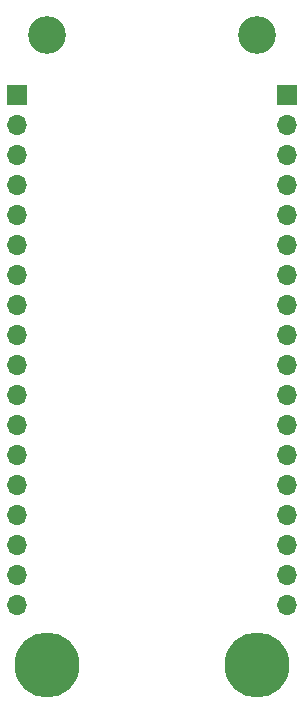
<source format=gbr>
%TF.GenerationSoftware,KiCad,Pcbnew,(6.0.9-0)*%
%TF.CreationDate,2024-06-20T10:27:37+02:00*%
%TF.ProjectId,vca-board,7663612d-626f-4617-9264-2e6b69636164,rev?*%
%TF.SameCoordinates,Original*%
%TF.FileFunction,Soldermask,Bot*%
%TF.FilePolarity,Negative*%
%FSLAX46Y46*%
G04 Gerber Fmt 4.6, Leading zero omitted, Abs format (unit mm)*
G04 Created by KiCad (PCBNEW (6.0.9-0)) date 2024-06-20 10:27:37*
%MOMM*%
%LPD*%
G01*
G04 APERTURE LIST*
%ADD10C,5.500000*%
%ADD11C,3.200000*%
%ADD12R,1.700000X1.700000*%
%ADD13O,1.700000X1.700000*%
G04 APERTURE END LIST*
D10*
%TO.C,H3*%
X53340000Y-99060000D03*
%TD*%
D11*
%TO.C,H4*%
X71120000Y-45720000D03*
%TD*%
%TO.C,H2*%
X53340000Y-45720000D03*
%TD*%
D10*
%TO.C,H1*%
X71120000Y-99060000D03*
%TD*%
D12*
%TO.C,J2*%
X73660000Y-50800000D03*
D13*
X73660000Y-53340000D03*
X73660000Y-55880000D03*
X73660000Y-58420000D03*
X73660000Y-60960000D03*
X73660000Y-63500000D03*
X73660000Y-66040000D03*
X73660000Y-68580000D03*
X73660000Y-71120000D03*
X73660000Y-73660000D03*
X73660000Y-76200000D03*
X73660000Y-78740000D03*
X73660000Y-81280000D03*
X73660000Y-83820000D03*
X73660000Y-86360000D03*
X73660000Y-88900000D03*
X73660000Y-91440000D03*
X73660000Y-93980000D03*
%TD*%
D12*
%TO.C,J1*%
X50800000Y-50800000D03*
D13*
X50800000Y-53340000D03*
X50800000Y-55880000D03*
X50800000Y-58420000D03*
X50800000Y-60960000D03*
X50800000Y-63500000D03*
X50800000Y-66040000D03*
X50800000Y-68580000D03*
X50800000Y-71120000D03*
X50800000Y-73660000D03*
X50800000Y-76200000D03*
X50800000Y-78740000D03*
X50800000Y-81280000D03*
X50800000Y-83820000D03*
X50800000Y-86360000D03*
X50800000Y-88900000D03*
X50800000Y-91440000D03*
X50800000Y-93980000D03*
%TD*%
M02*

</source>
